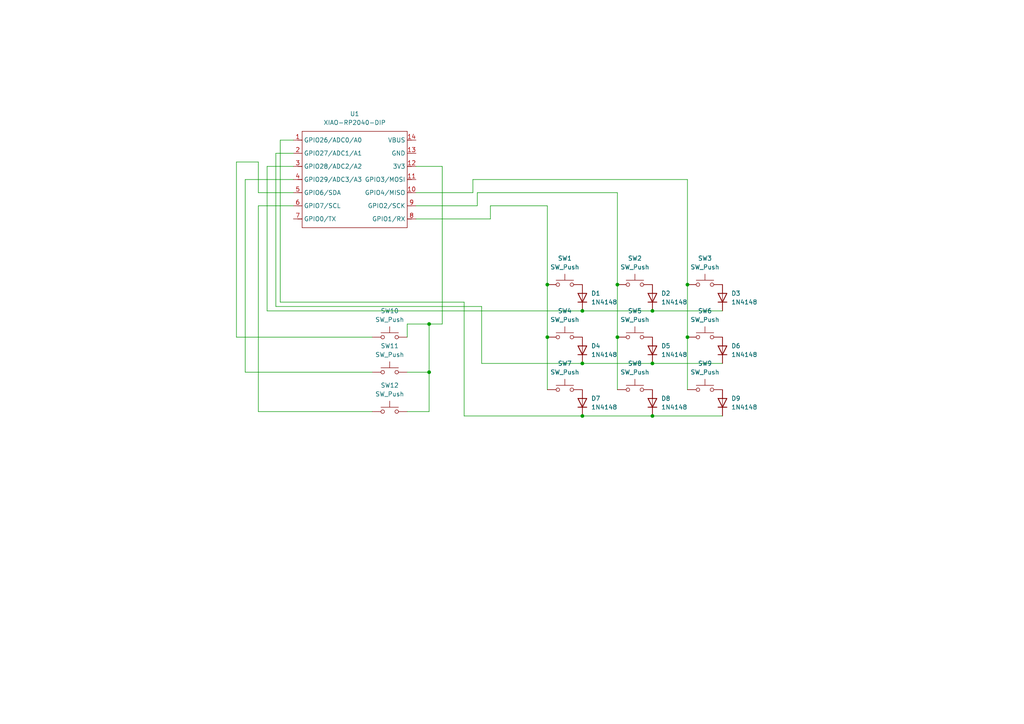
<source format=kicad_sch>
(kicad_sch
	(version 20250114)
	(generator "eeschema")
	(generator_version "9.0")
	(uuid "341e8d83-65f0-4e4f-9eda-3fc5008b5ad4")
	(paper "A4")
	(lib_symbols
		(symbol "Diode:1N4148"
			(pin_numbers
				(hide yes)
			)
			(pin_names
				(hide yes)
			)
			(exclude_from_sim no)
			(in_bom yes)
			(on_board yes)
			(property "Reference" "D"
				(at 0 2.54 0)
				(effects
					(font
						(size 1.27 1.27)
					)
				)
			)
			(property "Value" "1N4148"
				(at 0 -2.54 0)
				(effects
					(font
						(size 1.27 1.27)
					)
				)
			)
			(property "Footprint" "Diode_THT:D_DO-35_SOD27_P7.62mm_Horizontal"
				(at 0 0 0)
				(effects
					(font
						(size 1.27 1.27)
					)
					(hide yes)
				)
			)
			(property "Datasheet" "https://assets.nexperia.com/documents/data-sheet/1N4148_1N4448.pdf"
				(at 0 0 0)
				(effects
					(font
						(size 1.27 1.27)
					)
					(hide yes)
				)
			)
			(property "Description" "100V 0.15A standard switching diode, DO-35"
				(at 0 0 0)
				(effects
					(font
						(size 1.27 1.27)
					)
					(hide yes)
				)
			)
			(property "Sim.Device" "D"
				(at 0 0 0)
				(effects
					(font
						(size 1.27 1.27)
					)
					(hide yes)
				)
			)
			(property "Sim.Pins" "1=K 2=A"
				(at 0 0 0)
				(effects
					(font
						(size 1.27 1.27)
					)
					(hide yes)
				)
			)
			(property "ki_keywords" "diode"
				(at 0 0 0)
				(effects
					(font
						(size 1.27 1.27)
					)
					(hide yes)
				)
			)
			(property "ki_fp_filters" "D*DO?35*"
				(at 0 0 0)
				(effects
					(font
						(size 1.27 1.27)
					)
					(hide yes)
				)
			)
			(symbol "1N4148_0_1"
				(polyline
					(pts
						(xy -1.27 1.27) (xy -1.27 -1.27)
					)
					(stroke
						(width 0.254)
						(type default)
					)
					(fill
						(type none)
					)
				)
				(polyline
					(pts
						(xy 1.27 1.27) (xy 1.27 -1.27) (xy -1.27 0) (xy 1.27 1.27)
					)
					(stroke
						(width 0.254)
						(type default)
					)
					(fill
						(type none)
					)
				)
				(polyline
					(pts
						(xy 1.27 0) (xy -1.27 0)
					)
					(stroke
						(width 0)
						(type default)
					)
					(fill
						(type none)
					)
				)
			)
			(symbol "1N4148_1_1"
				(pin passive line
					(at -3.81 0 0)
					(length 2.54)
					(name "K"
						(effects
							(font
								(size 1.27 1.27)
							)
						)
					)
					(number "1"
						(effects
							(font
								(size 1.27 1.27)
							)
						)
					)
				)
				(pin passive line
					(at 3.81 0 180)
					(length 2.54)
					(name "A"
						(effects
							(font
								(size 1.27 1.27)
							)
						)
					)
					(number "2"
						(effects
							(font
								(size 1.27 1.27)
							)
						)
					)
				)
			)
			(embedded_fonts no)
		)
		(symbol "MicroPad:XIAO-RP2040-DIP"
			(exclude_from_sim no)
			(in_bom yes)
			(on_board yes)
			(property "Reference" "U"
				(at 0 0 0)
				(effects
					(font
						(size 1.27 1.27)
					)
				)
			)
			(property "Value" "XIAO-RP2040-DIP"
				(at 5.334 -1.778 0)
				(effects
					(font
						(size 1.27 1.27)
					)
				)
			)
			(property "Footprint" "Module:MOUDLE14P-XIAO-DIP-SMD"
				(at 14.478 -32.258 0)
				(effects
					(font
						(size 1.27 1.27)
					)
					(hide yes)
				)
			)
			(property "Datasheet" ""
				(at 0 0 0)
				(effects
					(font
						(size 1.27 1.27)
					)
					(hide yes)
				)
			)
			(property "Description" ""
				(at 0 0 0)
				(effects
					(font
						(size 1.27 1.27)
					)
					(hide yes)
				)
			)
			(symbol "XIAO-RP2040-DIP_1_0"
				(polyline
					(pts
						(xy -1.27 -2.54) (xy 29.21 -2.54)
					)
					(stroke
						(width 0.1524)
						(type solid)
					)
					(fill
						(type none)
					)
				)
				(polyline
					(pts
						(xy -1.27 -5.08) (xy -2.54 -5.08)
					)
					(stroke
						(width 0.1524)
						(type solid)
					)
					(fill
						(type none)
					)
				)
				(polyline
					(pts
						(xy -1.27 -5.08) (xy -1.27 -2.54)
					)
					(stroke
						(width 0.1524)
						(type solid)
					)
					(fill
						(type none)
					)
				)
				(polyline
					(pts
						(xy -1.27 -8.89) (xy -2.54 -8.89)
					)
					(stroke
						(width 0.1524)
						(type solid)
					)
					(fill
						(type none)
					)
				)
				(polyline
					(pts
						(xy -1.27 -8.89) (xy -1.27 -5.08)
					)
					(stroke
						(width 0.1524)
						(type solid)
					)
					(fill
						(type none)
					)
				)
				(polyline
					(pts
						(xy -1.27 -12.7) (xy -2.54 -12.7)
					)
					(stroke
						(width 0.1524)
						(type solid)
					)
					(fill
						(type none)
					)
				)
				(polyline
					(pts
						(xy -1.27 -12.7) (xy -1.27 -8.89)
					)
					(stroke
						(width 0.1524)
						(type solid)
					)
					(fill
						(type none)
					)
				)
				(polyline
					(pts
						(xy -1.27 -16.51) (xy -2.54 -16.51)
					)
					(stroke
						(width 0.1524)
						(type solid)
					)
					(fill
						(type none)
					)
				)
				(polyline
					(pts
						(xy -1.27 -16.51) (xy -1.27 -12.7)
					)
					(stroke
						(width 0.1524)
						(type solid)
					)
					(fill
						(type none)
					)
				)
				(polyline
					(pts
						(xy -1.27 -20.32) (xy -2.54 -20.32)
					)
					(stroke
						(width 0.1524)
						(type solid)
					)
					(fill
						(type none)
					)
				)
				(polyline
					(pts
						(xy -1.27 -24.13) (xy -2.54 -24.13)
					)
					(stroke
						(width 0.1524)
						(type solid)
					)
					(fill
						(type none)
					)
				)
				(polyline
					(pts
						(xy -1.27 -27.94) (xy -2.54 -27.94)
					)
					(stroke
						(width 0.1524)
						(type solid)
					)
					(fill
						(type none)
					)
				)
				(polyline
					(pts
						(xy -1.27 -30.48) (xy -1.27 -16.51)
					)
					(stroke
						(width 0.1524)
						(type solid)
					)
					(fill
						(type none)
					)
				)
				(polyline
					(pts
						(xy 29.21 -2.54) (xy 29.21 -5.08)
					)
					(stroke
						(width 0.1524)
						(type solid)
					)
					(fill
						(type none)
					)
				)
				(polyline
					(pts
						(xy 29.21 -5.08) (xy 29.21 -8.89)
					)
					(stroke
						(width 0.1524)
						(type solid)
					)
					(fill
						(type none)
					)
				)
				(polyline
					(pts
						(xy 29.21 -8.89) (xy 29.21 -12.7)
					)
					(stroke
						(width 0.1524)
						(type solid)
					)
					(fill
						(type none)
					)
				)
				(polyline
					(pts
						(xy 29.21 -12.7) (xy 29.21 -30.48)
					)
					(stroke
						(width 0.1524)
						(type solid)
					)
					(fill
						(type none)
					)
				)
				(polyline
					(pts
						(xy 29.21 -30.48) (xy -1.27 -30.48)
					)
					(stroke
						(width 0.1524)
						(type solid)
					)
					(fill
						(type none)
					)
				)
				(polyline
					(pts
						(xy 30.48 -5.08) (xy 29.21 -5.08)
					)
					(stroke
						(width 0.1524)
						(type solid)
					)
					(fill
						(type none)
					)
				)
				(polyline
					(pts
						(xy 30.48 -8.89) (xy 29.21 -8.89)
					)
					(stroke
						(width 0.1524)
						(type solid)
					)
					(fill
						(type none)
					)
				)
				(polyline
					(pts
						(xy 30.48 -12.7) (xy 29.21 -12.7)
					)
					(stroke
						(width 0.1524)
						(type solid)
					)
					(fill
						(type none)
					)
				)
				(polyline
					(pts
						(xy 30.48 -16.51) (xy 29.21 -16.51)
					)
					(stroke
						(width 0.1524)
						(type solid)
					)
					(fill
						(type none)
					)
				)
				(polyline
					(pts
						(xy 30.48 -20.32) (xy 29.21 -20.32)
					)
					(stroke
						(width 0.1524)
						(type solid)
					)
					(fill
						(type none)
					)
				)
				(polyline
					(pts
						(xy 30.48 -24.13) (xy 29.21 -24.13)
					)
					(stroke
						(width 0.1524)
						(type solid)
					)
					(fill
						(type none)
					)
				)
				(polyline
					(pts
						(xy 30.48 -27.94) (xy 29.21 -27.94)
					)
					(stroke
						(width 0.1524)
						(type solid)
					)
					(fill
						(type none)
					)
				)
				(pin passive line
					(at -3.81 -5.08 0)
					(length 2.54)
					(name "GPIO26/ADC0/A0"
						(effects
							(font
								(size 1.27 1.27)
							)
						)
					)
					(number "1"
						(effects
							(font
								(size 1.27 1.27)
							)
						)
					)
				)
				(pin passive line
					(at -3.81 -8.89 0)
					(length 2.54)
					(name "GPIO27/ADC1/A1"
						(effects
							(font
								(size 1.27 1.27)
							)
						)
					)
					(number "2"
						(effects
							(font
								(size 1.27 1.27)
							)
						)
					)
				)
				(pin passive line
					(at -3.81 -12.7 0)
					(length 2.54)
					(name "GPIO28/ADC2/A2"
						(effects
							(font
								(size 1.27 1.27)
							)
						)
					)
					(number "3"
						(effects
							(font
								(size 1.27 1.27)
							)
						)
					)
				)
				(pin passive line
					(at -3.81 -16.51 0)
					(length 2.54)
					(name "GPIO29/ADC3/A3"
						(effects
							(font
								(size 1.27 1.27)
							)
						)
					)
					(number "4"
						(effects
							(font
								(size 1.27 1.27)
							)
						)
					)
				)
				(pin passive line
					(at -3.81 -20.32 0)
					(length 2.54)
					(name "GPIO6/SDA"
						(effects
							(font
								(size 1.27 1.27)
							)
						)
					)
					(number "5"
						(effects
							(font
								(size 1.27 1.27)
							)
						)
					)
				)
				(pin passive line
					(at -3.81 -24.13 0)
					(length 2.54)
					(name "GPIO7/SCL"
						(effects
							(font
								(size 1.27 1.27)
							)
						)
					)
					(number "6"
						(effects
							(font
								(size 1.27 1.27)
							)
						)
					)
				)
				(pin passive line
					(at -3.81 -27.94 0)
					(length 2.54)
					(name "GPIO0/TX"
						(effects
							(font
								(size 1.27 1.27)
							)
						)
					)
					(number "7"
						(effects
							(font
								(size 1.27 1.27)
							)
						)
					)
				)
				(pin passive line
					(at 31.75 -5.08 180)
					(length 2.54)
					(name "VBUS"
						(effects
							(font
								(size 1.27 1.27)
							)
						)
					)
					(number "14"
						(effects
							(font
								(size 1.27 1.27)
							)
						)
					)
				)
				(pin passive line
					(at 31.75 -8.89 180)
					(length 2.54)
					(name "GND"
						(effects
							(font
								(size 1.27 1.27)
							)
						)
					)
					(number "13"
						(effects
							(font
								(size 1.27 1.27)
							)
						)
					)
				)
				(pin passive line
					(at 31.75 -12.7 180)
					(length 2.54)
					(name "3V3"
						(effects
							(font
								(size 1.27 1.27)
							)
						)
					)
					(number "12"
						(effects
							(font
								(size 1.27 1.27)
							)
						)
					)
				)
				(pin passive line
					(at 31.75 -16.51 180)
					(length 2.54)
					(name "GPIO3/MOSI"
						(effects
							(font
								(size 1.27 1.27)
							)
						)
					)
					(number "11"
						(effects
							(font
								(size 1.27 1.27)
							)
						)
					)
				)
				(pin passive line
					(at 31.75 -20.32 180)
					(length 2.54)
					(name "GPIO4/MISO"
						(effects
							(font
								(size 1.27 1.27)
							)
						)
					)
					(number "10"
						(effects
							(font
								(size 1.27 1.27)
							)
						)
					)
				)
				(pin passive line
					(at 31.75 -24.13 180)
					(length 2.54)
					(name "GPIO2/SCK"
						(effects
							(font
								(size 1.27 1.27)
							)
						)
					)
					(number "9"
						(effects
							(font
								(size 1.27 1.27)
							)
						)
					)
				)
				(pin passive line
					(at 31.75 -27.94 180)
					(length 2.54)
					(name "GPIO1/RX"
						(effects
							(font
								(size 1.27 1.27)
							)
						)
					)
					(number "8"
						(effects
							(font
								(size 1.27 1.27)
							)
						)
					)
				)
			)
			(embedded_fonts no)
		)
		(symbol "Switch:SW_Push"
			(pin_numbers
				(hide yes)
			)
			(pin_names
				(offset 1.016)
				(hide yes)
			)
			(exclude_from_sim no)
			(in_bom yes)
			(on_board yes)
			(property "Reference" "SW"
				(at 1.27 2.54 0)
				(effects
					(font
						(size 1.27 1.27)
					)
					(justify left)
				)
			)
			(property "Value" "SW_Push"
				(at 0 -1.524 0)
				(effects
					(font
						(size 1.27 1.27)
					)
				)
			)
			(property "Footprint" ""
				(at 0 5.08 0)
				(effects
					(font
						(size 1.27 1.27)
					)
					(hide yes)
				)
			)
			(property "Datasheet" "~"
				(at 0 5.08 0)
				(effects
					(font
						(size 1.27 1.27)
					)
					(hide yes)
				)
			)
			(property "Description" "Push button switch, generic, two pins"
				(at 0 0 0)
				(effects
					(font
						(size 1.27 1.27)
					)
					(hide yes)
				)
			)
			(property "ki_keywords" "switch normally-open pushbutton push-button"
				(at 0 0 0)
				(effects
					(font
						(size 1.27 1.27)
					)
					(hide yes)
				)
			)
			(symbol "SW_Push_0_1"
				(circle
					(center -2.032 0)
					(radius 0.508)
					(stroke
						(width 0)
						(type default)
					)
					(fill
						(type none)
					)
				)
				(polyline
					(pts
						(xy 0 1.27) (xy 0 3.048)
					)
					(stroke
						(width 0)
						(type default)
					)
					(fill
						(type none)
					)
				)
				(circle
					(center 2.032 0)
					(radius 0.508)
					(stroke
						(width 0)
						(type default)
					)
					(fill
						(type none)
					)
				)
				(polyline
					(pts
						(xy 2.54 1.27) (xy -2.54 1.27)
					)
					(stroke
						(width 0)
						(type default)
					)
					(fill
						(type none)
					)
				)
				(pin passive line
					(at -5.08 0 0)
					(length 2.54)
					(name "1"
						(effects
							(font
								(size 1.27 1.27)
							)
						)
					)
					(number "1"
						(effects
							(font
								(size 1.27 1.27)
							)
						)
					)
				)
				(pin passive line
					(at 5.08 0 180)
					(length 2.54)
					(name "2"
						(effects
							(font
								(size 1.27 1.27)
							)
						)
					)
					(number "2"
						(effects
							(font
								(size 1.27 1.27)
							)
						)
					)
				)
			)
			(embedded_fonts no)
		)
	)
	(junction
		(at 168.91 105.41)
		(diameter 0)
		(color 0 0 0 0)
		(uuid "01777fc0-fbbe-41e9-bcd9-b00d15014664")
	)
	(junction
		(at 158.75 82.55)
		(diameter 0)
		(color 0 0 0 0)
		(uuid "02e99b5d-55b1-47d0-8cdf-1cd769e32122")
	)
	(junction
		(at 179.07 82.55)
		(diameter 0)
		(color 0 0 0 0)
		(uuid "0ff57589-84a2-4b70-878c-c8a909c707d2")
	)
	(junction
		(at 199.39 82.55)
		(diameter 0)
		(color 0 0 0 0)
		(uuid "18bb7256-6416-4e76-a75c-65b07e83f657")
	)
	(junction
		(at 124.46 107.95)
		(diameter 0)
		(color 0 0 0 0)
		(uuid "3f23a938-8ac7-4c75-a599-24de153d4437")
	)
	(junction
		(at 179.07 97.79)
		(diameter 0)
		(color 0 0 0 0)
		(uuid "5ab418c8-fd2e-41b3-9c5a-b8f5598c7f59")
	)
	(junction
		(at 189.23 120.65)
		(diameter 0)
		(color 0 0 0 0)
		(uuid "736af9f9-f81f-4035-9ff1-31a047c3d9ce")
	)
	(junction
		(at 199.39 97.79)
		(diameter 0)
		(color 0 0 0 0)
		(uuid "9aadbb3d-d81b-45a7-9a7b-0445463c7c7f")
	)
	(junction
		(at 189.23 105.41)
		(diameter 0)
		(color 0 0 0 0)
		(uuid "ac4a9736-5bed-4039-9744-61375598e501")
	)
	(junction
		(at 168.91 120.65)
		(diameter 0)
		(color 0 0 0 0)
		(uuid "ae0b819a-0785-48aa-b2f3-6e8edb2acb98")
	)
	(junction
		(at 158.75 97.79)
		(diameter 0)
		(color 0 0 0 0)
		(uuid "ca596283-4269-4138-a132-74c24fbbfb80")
	)
	(junction
		(at 168.91 90.17)
		(diameter 0)
		(color 0 0 0 0)
		(uuid "cc471f76-a57b-49b0-90d5-fd0ff97316c7")
	)
	(junction
		(at 124.46 93.98)
		(diameter 0)
		(color 0 0 0 0)
		(uuid "daa2af74-7953-4664-aefc-daeed156ce80")
	)
	(junction
		(at 189.23 90.17)
		(diameter 0)
		(color 0 0 0 0)
		(uuid "e910ff19-46b7-4dd7-bbd5-971f9c64f8f6")
	)
	(wire
		(pts
			(xy 77.47 48.26) (xy 77.47 90.17)
		)
		(stroke
			(width 0)
			(type default)
		)
		(uuid "0ca8b58d-8e13-41ce-95f9-d16ccddfaaae")
	)
	(wire
		(pts
			(xy 71.12 52.07) (xy 71.12 107.95)
		)
		(stroke
			(width 0)
			(type default)
		)
		(uuid "1201e508-d764-4845-8c48-cc9783a7a831")
	)
	(wire
		(pts
			(xy 77.47 48.26) (xy 85.09 48.26)
		)
		(stroke
			(width 0)
			(type default)
		)
		(uuid "15682a65-5973-439f-b43d-1263e969ad92")
	)
	(wire
		(pts
			(xy 142.24 63.5) (xy 142.24 59.69)
		)
		(stroke
			(width 0)
			(type default)
		)
		(uuid "17066c31-0eb9-455d-91ae-dd9da7ceb8a8")
	)
	(wire
		(pts
			(xy 74.93 46.99) (xy 74.93 55.88)
		)
		(stroke
			(width 0)
			(type default)
		)
		(uuid "1a5f6d37-380e-4fa8-85b2-ea5f115219fa")
	)
	(wire
		(pts
			(xy 68.58 46.99) (xy 68.58 97.79)
		)
		(stroke
			(width 0)
			(type default)
		)
		(uuid "1c00dd7e-692d-4c84-9039-bafdd752f84b")
	)
	(wire
		(pts
			(xy 199.39 97.79) (xy 199.39 113.03)
		)
		(stroke
			(width 0)
			(type default)
		)
		(uuid "1c7d5499-5f28-4a6f-8853-b625b90cbedd")
	)
	(wire
		(pts
			(xy 137.16 52.07) (xy 199.39 52.07)
		)
		(stroke
			(width 0)
			(type default)
		)
		(uuid "1d4132f1-ba7b-4be4-a965-61aa74e450ff")
	)
	(wire
		(pts
			(xy 120.65 63.5) (xy 142.24 63.5)
		)
		(stroke
			(width 0)
			(type default)
		)
		(uuid "26935f4b-273e-4062-a54a-d7a9a1a9e85d")
	)
	(wire
		(pts
			(xy 118.11 119.38) (xy 124.46 119.38)
		)
		(stroke
			(width 0)
			(type default)
		)
		(uuid "2b7cf474-6c3e-46b2-961c-6c909f20c349")
	)
	(wire
		(pts
			(xy 80.01 44.45) (xy 80.01 88.9)
		)
		(stroke
			(width 0)
			(type default)
		)
		(uuid "2b8bcb0e-6b39-47b8-b8fa-674ef79e9ae6")
	)
	(wire
		(pts
			(xy 158.75 97.79) (xy 158.75 113.03)
		)
		(stroke
			(width 0)
			(type default)
		)
		(uuid "2d014da8-a7ed-4dbc-8d43-1abda0db633e")
	)
	(wire
		(pts
			(xy 118.11 107.95) (xy 124.46 107.95)
		)
		(stroke
			(width 0)
			(type default)
		)
		(uuid "2fd366ce-58c7-439b-8ad8-fbeefa3a3ac6")
	)
	(wire
		(pts
			(xy 124.46 93.98) (xy 118.11 93.98)
		)
		(stroke
			(width 0)
			(type default)
		)
		(uuid "36b847c0-812f-4275-b4d1-98debe991d6e")
	)
	(wire
		(pts
			(xy 139.7 105.41) (xy 168.91 105.41)
		)
		(stroke
			(width 0)
			(type default)
		)
		(uuid "3902c84b-6510-4470-92c8-f9e662db5a64")
	)
	(wire
		(pts
			(xy 189.23 105.41) (xy 209.55 105.41)
		)
		(stroke
			(width 0)
			(type default)
		)
		(uuid "3980fc25-021f-4034-90db-0b9b4d3829cc")
	)
	(wire
		(pts
			(xy 138.43 55.88) (xy 179.07 55.88)
		)
		(stroke
			(width 0)
			(type default)
		)
		(uuid "444c3cd0-06f7-491e-876e-1fb70f76e611")
	)
	(wire
		(pts
			(xy 77.47 90.17) (xy 168.91 90.17)
		)
		(stroke
			(width 0)
			(type default)
		)
		(uuid "5345e23a-5792-4539-a6de-b73da1c4872c")
	)
	(wire
		(pts
			(xy 199.39 82.55) (xy 199.39 97.79)
		)
		(stroke
			(width 0)
			(type default)
		)
		(uuid "536b6d4b-7597-476a-8ac5-08ecd6647087")
	)
	(wire
		(pts
			(xy 120.65 59.69) (xy 138.43 59.69)
		)
		(stroke
			(width 0)
			(type default)
		)
		(uuid "5a9308d2-077e-4ec4-8961-8e89079d4bb5")
	)
	(wire
		(pts
			(xy 85.09 44.45) (xy 80.01 44.45)
		)
		(stroke
			(width 0)
			(type default)
		)
		(uuid "5e67fc0f-b62a-4686-af46-0188df450169")
	)
	(wire
		(pts
			(xy 189.23 120.65) (xy 209.55 120.65)
		)
		(stroke
			(width 0)
			(type default)
		)
		(uuid "617fffb9-5007-44f4-8c41-7c80fa88f51a")
	)
	(wire
		(pts
			(xy 134.62 87.63) (xy 134.62 120.65)
		)
		(stroke
			(width 0)
			(type default)
		)
		(uuid "63b7a0c0-0383-49cd-bb54-d8fa84060491")
	)
	(wire
		(pts
			(xy 124.46 107.95) (xy 124.46 119.38)
		)
		(stroke
			(width 0)
			(type default)
		)
		(uuid "6b72d5f4-8d0c-4bbb-b7b4-1ed3abbdd3f8")
	)
	(wire
		(pts
			(xy 81.28 87.63) (xy 134.62 87.63)
		)
		(stroke
			(width 0)
			(type default)
		)
		(uuid "6e52afb8-0472-48f8-a220-47e2d3a894aa")
	)
	(wire
		(pts
			(xy 168.91 120.65) (xy 189.23 120.65)
		)
		(stroke
			(width 0)
			(type default)
		)
		(uuid "6f1148ca-6067-41b7-8645-ea880d1aa92d")
	)
	(wire
		(pts
			(xy 107.95 97.79) (xy 68.58 97.79)
		)
		(stroke
			(width 0)
			(type default)
		)
		(uuid "71863b5e-95ed-4119-8cf8-672b5a83ad14")
	)
	(wire
		(pts
			(xy 71.12 52.07) (xy 85.09 52.07)
		)
		(stroke
			(width 0)
			(type default)
		)
		(uuid "7482b930-b61c-4f8c-85d9-863e9262876f")
	)
	(wire
		(pts
			(xy 81.28 40.64) (xy 81.28 87.63)
		)
		(stroke
			(width 0)
			(type default)
		)
		(uuid "7b172496-6537-4279-83c5-bb396c4946ea")
	)
	(wire
		(pts
			(xy 199.39 52.07) (xy 199.39 82.55)
		)
		(stroke
			(width 0)
			(type default)
		)
		(uuid "80d294e1-25a6-45f6-8364-ecd544e8dec3")
	)
	(wire
		(pts
			(xy 120.65 48.26) (xy 128.27 48.26)
		)
		(stroke
			(width 0)
			(type default)
		)
		(uuid "969bd736-70de-409b-9071-8edb36fac0f9")
	)
	(wire
		(pts
			(xy 137.16 55.88) (xy 137.16 52.07)
		)
		(stroke
			(width 0)
			(type default)
		)
		(uuid "985f5151-9006-4936-a893-bf7264ea85cf")
	)
	(wire
		(pts
			(xy 128.27 48.26) (xy 128.27 93.98)
		)
		(stroke
			(width 0)
			(type default)
		)
		(uuid "9fa9a58b-1f6f-4ff7-93e7-26078f16bed1")
	)
	(wire
		(pts
			(xy 128.27 93.98) (xy 124.46 93.98)
		)
		(stroke
			(width 0)
			(type default)
		)
		(uuid "a047981f-fd8b-4452-bf6c-781f40511b75")
	)
	(wire
		(pts
			(xy 179.07 55.88) (xy 179.07 82.55)
		)
		(stroke
			(width 0)
			(type default)
		)
		(uuid "a3861be9-cc64-49e1-b77e-9dde7d4e8dd0")
	)
	(wire
		(pts
			(xy 168.91 105.41) (xy 189.23 105.41)
		)
		(stroke
			(width 0)
			(type default)
		)
		(uuid "a433fc81-99b8-46bf-a03a-5dfa0dcd3fd6")
	)
	(wire
		(pts
			(xy 134.62 120.65) (xy 168.91 120.65)
		)
		(stroke
			(width 0)
			(type default)
		)
		(uuid "aa0ba21e-f12b-4135-82e1-27e5b04e6c50")
	)
	(wire
		(pts
			(xy 158.75 82.55) (xy 158.75 97.79)
		)
		(stroke
			(width 0)
			(type default)
		)
		(uuid "af3eecec-e912-4bcf-9f9c-8b5f74c0c48c")
	)
	(wire
		(pts
			(xy 80.01 88.9) (xy 139.7 88.9)
		)
		(stroke
			(width 0)
			(type default)
		)
		(uuid "b4a04d6a-ba4e-40e2-8732-bea419dd5b74")
	)
	(wire
		(pts
			(xy 189.23 90.17) (xy 209.55 90.17)
		)
		(stroke
			(width 0)
			(type default)
		)
		(uuid "b4adeba7-85dd-4a67-b732-ce4aa26eb464")
	)
	(wire
		(pts
			(xy 74.93 59.69) (xy 85.09 59.69)
		)
		(stroke
			(width 0)
			(type default)
		)
		(uuid "b6941ccc-aec0-45fe-a4f6-245f94c447ce")
	)
	(wire
		(pts
			(xy 74.93 119.38) (xy 74.93 59.69)
		)
		(stroke
			(width 0)
			(type default)
		)
		(uuid "b8402a8a-8cd7-4ace-bddc-d07f3a1e7683")
	)
	(wire
		(pts
			(xy 118.11 93.98) (xy 118.11 97.79)
		)
		(stroke
			(width 0)
			(type default)
		)
		(uuid "bb659bf5-3b52-4bf0-9677-a30d1419122d")
	)
	(wire
		(pts
			(xy 138.43 59.69) (xy 138.43 55.88)
		)
		(stroke
			(width 0)
			(type default)
		)
		(uuid "c7c1a6a3-6eca-4d01-b578-d70eea74d8eb")
	)
	(wire
		(pts
			(xy 107.95 107.95) (xy 71.12 107.95)
		)
		(stroke
			(width 0)
			(type default)
		)
		(uuid "cbcdb2e3-e8c7-4643-9683-dd5aee190fb8")
	)
	(wire
		(pts
			(xy 158.75 59.69) (xy 158.75 82.55)
		)
		(stroke
			(width 0)
			(type default)
		)
		(uuid "d3e245be-b383-4534-ba74-39c4175c0924")
	)
	(wire
		(pts
			(xy 179.07 82.55) (xy 179.07 97.79)
		)
		(stroke
			(width 0)
			(type default)
		)
		(uuid "d8a7bcf3-9bc4-4810-a47d-68bcbd61a4db")
	)
	(wire
		(pts
			(xy 74.93 55.88) (xy 85.09 55.88)
		)
		(stroke
			(width 0)
			(type default)
		)
		(uuid "dc5b1981-92d0-4726-95bf-bae06ea8eade")
	)
	(wire
		(pts
			(xy 120.65 55.88) (xy 137.16 55.88)
		)
		(stroke
			(width 0)
			(type default)
		)
		(uuid "e34ae98c-cfb4-4d76-ab33-cb6f042f475d")
	)
	(wire
		(pts
			(xy 168.91 90.17) (xy 189.23 90.17)
		)
		(stroke
			(width 0)
			(type default)
		)
		(uuid "e724dc6e-74a9-455f-b830-3a994c2b63bd")
	)
	(wire
		(pts
			(xy 124.46 107.95) (xy 124.46 93.98)
		)
		(stroke
			(width 0)
			(type default)
		)
		(uuid "e88cd109-ce6f-4ce8-8723-ff73a0d621cd")
	)
	(wire
		(pts
			(xy 179.07 97.79) (xy 179.07 113.03)
		)
		(stroke
			(width 0)
			(type default)
		)
		(uuid "e8eaea16-6338-41ba-8044-6bc54196beb9")
	)
	(wire
		(pts
			(xy 107.95 119.38) (xy 74.93 119.38)
		)
		(stroke
			(width 0)
			(type default)
		)
		(uuid "f07391b7-c29b-4e86-8927-ab1ab336dda4")
	)
	(wire
		(pts
			(xy 139.7 88.9) (xy 139.7 105.41)
		)
		(stroke
			(width 0)
			(type default)
		)
		(uuid "f3e4ef65-7e18-4ee8-a2df-33ea8fb5e956")
	)
	(wire
		(pts
			(xy 142.24 59.69) (xy 158.75 59.69)
		)
		(stroke
			(width 0)
			(type default)
		)
		(uuid "f9b4990a-2ba6-415b-b1e9-930ebcc4e7c7")
	)
	(wire
		(pts
			(xy 81.28 40.64) (xy 85.09 40.64)
		)
		(stroke
			(width 0)
			(type default)
		)
		(uuid "fc01c794-6862-4fc4-95b2-f732906f9e72")
	)
	(wire
		(pts
			(xy 68.58 46.99) (xy 74.93 46.99)
		)
		(stroke
			(width 0)
			(type default)
		)
		(uuid "fd2804d6-4312-4346-9c35-2dff24f6c137")
	)
	(symbol
		(lib_id "Switch:SW_Push")
		(at 204.47 97.79 0)
		(unit 1)
		(exclude_from_sim no)
		(in_bom yes)
		(on_board yes)
		(dnp no)
		(fields_autoplaced yes)
		(uuid "07164e28-91e4-4189-adeb-f9ae1fcf2ab5")
		(property "Reference" "SW6"
			(at 204.47 90.17 0)
			(effects
				(font
					(size 1.27 1.27)
				)
			)
		)
		(property "Value" "SW_Push"
			(at 204.47 92.71 0)
			(effects
				(font
					(size 1.27 1.27)
				)
			)
		)
		(property "Footprint" "Button_Switch_Keyboard:SW_Cherry_MX_1.00u_PCB"
			(at 204.47 92.71 0)
			(effects
				(font
					(size 1.27 1.27)
				)
				(hide yes)
			)
		)
		(property "Datasheet" "~"
			(at 204.47 92.71 0)
			(effects
				(font
					(size 1.27 1.27)
				)
				(hide yes)
			)
		)
		(property "Description" "Push button switch, generic, two pins"
			(at 204.47 97.79 0)
			(effects
				(font
					(size 1.27 1.27)
				)
				(hide yes)
			)
		)
		(pin "1"
			(uuid "f2a89c0b-20ab-47cd-b864-e5197e3d2f14")
		)
		(pin "2"
			(uuid "6755da47-26fd-4449-a9e5-99db8bd86c28")
		)
		(instances
			(project "MicroPad"
				(path "/341e8d83-65f0-4e4f-9eda-3fc5008b5ad4"
					(reference "SW6")
					(unit 1)
				)
			)
		)
	)
	(symbol
		(lib_id "Switch:SW_Push")
		(at 163.83 113.03 0)
		(unit 1)
		(exclude_from_sim no)
		(in_bom yes)
		(on_board yes)
		(dnp no)
		(fields_autoplaced yes)
		(uuid "085c372c-82fb-4154-b92b-2b7227c642fc")
		(property "Reference" "SW7"
			(at 163.83 105.41 0)
			(effects
				(font
					(size 1.27 1.27)
				)
			)
		)
		(property "Value" "SW_Push"
			(at 163.83 107.95 0)
			(effects
				(font
					(size 1.27 1.27)
				)
			)
		)
		(property "Footprint" "Button_Switch_Keyboard:SW_Cherry_MX_1.00u_PCB"
			(at 163.83 107.95 0)
			(effects
				(font
					(size 1.27 1.27)
				)
				(hide yes)
			)
		)
		(property "Datasheet" "~"
			(at 163.83 107.95 0)
			(effects
				(font
					(size 1.27 1.27)
				)
				(hide yes)
			)
		)
		(property "Description" "Push button switch, generic, two pins"
			(at 163.83 113.03 0)
			(effects
				(font
					(size 1.27 1.27)
				)
				(hide yes)
			)
		)
		(pin "1"
			(uuid "4027aa4a-bf72-47ca-9c72-9e7f6e36cd25")
		)
		(pin "2"
			(uuid "8585d8e2-b083-4e35-b129-2f3f5baef754")
		)
		(instances
			(project "MicroPad"
				(path "/341e8d83-65f0-4e4f-9eda-3fc5008b5ad4"
					(reference "SW7")
					(unit 1)
				)
			)
		)
	)
	(symbol
		(lib_id "Diode:1N4148")
		(at 168.91 116.84 90)
		(unit 1)
		(exclude_from_sim no)
		(in_bom yes)
		(on_board yes)
		(dnp no)
		(fields_autoplaced yes)
		(uuid "12958356-cf27-4ec9-afd7-b6e674ec62af")
		(property "Reference" "D7"
			(at 171.45 115.5699 90)
			(effects
				(font
					(size 1.27 1.27)
				)
				(justify right)
			)
		)
		(property "Value" "1N4148"
			(at 171.45 118.1099 90)
			(effects
				(font
					(size 1.27 1.27)
				)
				(justify right)
			)
		)
		(property "Footprint" "Diode_THT:D_DO-35_SOD27_P7.62mm_Horizontal"
			(at 168.91 116.84 0)
			(effects
				(font
					(size 1.27 1.27)
				)
				(hide yes)
			)
		)
		(property "Datasheet" "https://assets.nexperia.com/documents/data-sheet/1N4148_1N4448.pdf"
			(at 168.91 116.84 0)
			(effects
				(font
					(size 1.27 1.27)
				)
				(hide yes)
			)
		)
		(property "Description" "100V 0.15A standard switching diode, DO-35"
			(at 168.91 116.84 0)
			(effects
				(font
					(size 1.27 1.27)
				)
				(hide yes)
			)
		)
		(property "Sim.Device" "D"
			(at 168.91 116.84 0)
			(effects
				(font
					(size 1.27 1.27)
				)
				(hide yes)
			)
		)
		(property "Sim.Pins" "1=K 2=A"
			(at 168.91 116.84 0)
			(effects
				(font
					(size 1.27 1.27)
				)
				(hide yes)
			)
		)
		(pin "1"
			(uuid "ee14c364-1019-43f8-9c3f-bcfa4734ec9c")
		)
		(pin "2"
			(uuid "5b0e6f76-210f-4e84-9653-ed2dbb1f6c5c")
		)
		(instances
			(project "MicroPad"
				(path "/341e8d83-65f0-4e4f-9eda-3fc5008b5ad4"
					(reference "D7")
					(unit 1)
				)
			)
		)
	)
	(symbol
		(lib_id "Switch:SW_Push")
		(at 184.15 113.03 0)
		(unit 1)
		(exclude_from_sim no)
		(in_bom yes)
		(on_board yes)
		(dnp no)
		(fields_autoplaced yes)
		(uuid "129de3a4-ef89-46f9-bfa6-ac6b62af3c87")
		(property "Reference" "SW8"
			(at 184.15 105.41 0)
			(effects
				(font
					(size 1.27 1.27)
				)
			)
		)
		(property "Value" "SW_Push"
			(at 184.15 107.95 0)
			(effects
				(font
					(size 1.27 1.27)
				)
			)
		)
		(property "Footprint" "Button_Switch_Keyboard:SW_Cherry_MX_1.00u_PCB"
			(at 184.15 107.95 0)
			(effects
				(font
					(size 1.27 1.27)
				)
				(hide yes)
			)
		)
		(property "Datasheet" "~"
			(at 184.15 107.95 0)
			(effects
				(font
					(size 1.27 1.27)
				)
				(hide yes)
			)
		)
		(property "Description" "Push button switch, generic, two pins"
			(at 184.15 113.03 0)
			(effects
				(font
					(size 1.27 1.27)
				)
				(hide yes)
			)
		)
		(pin "1"
			(uuid "72ae9d8a-b73d-490c-8ca7-4390f18c3b6d")
		)
		(pin "2"
			(uuid "81151836-2f35-4705-9328-1c4df4a4d0ba")
		)
		(instances
			(project "MicroPad"
				(path "/341e8d83-65f0-4e4f-9eda-3fc5008b5ad4"
					(reference "SW8")
					(unit 1)
				)
			)
		)
	)
	(symbol
		(lib_id "Switch:SW_Push")
		(at 163.83 82.55 0)
		(unit 1)
		(exclude_from_sim no)
		(in_bom yes)
		(on_board yes)
		(dnp no)
		(fields_autoplaced yes)
		(uuid "1e4098dc-ec37-4436-9a7b-c759fb0851c1")
		(property "Reference" "SW1"
			(at 163.83 74.93 0)
			(effects
				(font
					(size 1.27 1.27)
				)
			)
		)
		(property "Value" "SW_Push"
			(at 163.83 77.47 0)
			(effects
				(font
					(size 1.27 1.27)
				)
			)
		)
		(property "Footprint" "Button_Switch_Keyboard:SW_Cherry_MX_1.00u_PCB"
			(at 163.83 77.47 0)
			(effects
				(font
					(size 1.27 1.27)
				)
				(hide yes)
			)
		)
		(property "Datasheet" "~"
			(at 163.83 77.47 0)
			(effects
				(font
					(size 1.27 1.27)
				)
				(hide yes)
			)
		)
		(property "Description" "Push button switch, generic, two pins"
			(at 163.83 82.55 0)
			(effects
				(font
					(size 1.27 1.27)
				)
				(hide yes)
			)
		)
		(pin "1"
			(uuid "c0b35212-ed6c-4b70-b8dc-b160b961b9b1")
		)
		(pin "2"
			(uuid "6f10e83c-c602-46d4-8e8f-2a589a40986c")
		)
		(instances
			(project ""
				(path "/341e8d83-65f0-4e4f-9eda-3fc5008b5ad4"
					(reference "SW1")
					(unit 1)
				)
			)
		)
	)
	(symbol
		(lib_id "Diode:1N4148")
		(at 189.23 86.36 90)
		(unit 1)
		(exclude_from_sim no)
		(in_bom yes)
		(on_board yes)
		(dnp no)
		(uuid "25b22ea5-11ea-4ebb-8a85-75411b046467")
		(property "Reference" "D2"
			(at 191.77 85.0899 90)
			(effects
				(font
					(size 1.27 1.27)
				)
				(justify right)
			)
		)
		(property "Value" "1N4148"
			(at 191.77 87.6299 90)
			(effects
				(font
					(size 1.27 1.27)
				)
				(justify right)
			)
		)
		(property "Footprint" "Diode_THT:D_DO-35_SOD27_P7.62mm_Horizontal"
			(at 189.23 86.36 0)
			(effects
				(font
					(size 1.27 1.27)
				)
				(hide yes)
			)
		)
		(property "Datasheet" "https://assets.nexperia.com/documents/data-sheet/1N4148_1N4448.pdf"
			(at 189.23 86.36 0)
			(effects
				(font
					(size 1.27 1.27)
				)
				(hide yes)
			)
		)
		(property "Description" "100V 0.15A standard switching diode, DO-35"
			(at 189.23 86.36 0)
			(effects
				(font
					(size 1.27 1.27)
				)
				(hide yes)
			)
		)
		(property "Sim.Device" "D"
			(at 189.23 86.36 0)
			(effects
				(font
					(size 1.27 1.27)
				)
				(hide yes)
			)
		)
		(property "Sim.Pins" "1=K 2=A"
			(at 189.23 86.36 0)
			(effects
				(font
					(size 1.27 1.27)
				)
				(hide yes)
			)
		)
		(pin "1"
			(uuid "34d261d2-691b-4e5f-a0e8-7fd3e2703963")
		)
		(pin "2"
			(uuid "073d2b1b-ecc8-41af-97fe-1f6c0f1f6ba1")
		)
		(instances
			(project "MicroPad"
				(path "/341e8d83-65f0-4e4f-9eda-3fc5008b5ad4"
					(reference "D2")
					(unit 1)
				)
			)
		)
	)
	(symbol
		(lib_id "Switch:SW_Push")
		(at 163.83 97.79 0)
		(unit 1)
		(exclude_from_sim no)
		(in_bom yes)
		(on_board yes)
		(dnp no)
		(fields_autoplaced yes)
		(uuid "2e947543-b5df-4183-8ed3-1390ba0a99e9")
		(property "Reference" "SW4"
			(at 163.83 90.17 0)
			(effects
				(font
					(size 1.27 1.27)
				)
			)
		)
		(property "Value" "SW_Push"
			(at 163.83 92.71 0)
			(effects
				(font
					(size 1.27 1.27)
				)
			)
		)
		(property "Footprint" "Button_Switch_Keyboard:SW_Cherry_MX_1.00u_PCB"
			(at 163.83 92.71 0)
			(effects
				(font
					(size 1.27 1.27)
				)
				(hide yes)
			)
		)
		(property "Datasheet" "~"
			(at 163.83 92.71 0)
			(effects
				(font
					(size 1.27 1.27)
				)
				(hide yes)
			)
		)
		(property "Description" "Push button switch, generic, two pins"
			(at 163.83 97.79 0)
			(effects
				(font
					(size 1.27 1.27)
				)
				(hide yes)
			)
		)
		(pin "1"
			(uuid "dc58a1cb-219d-46d0-98b8-a97be9eb210f")
		)
		(pin "2"
			(uuid "399af1d1-4231-4cad-a25f-f6157f0af2e0")
		)
		(instances
			(project "MicroPad"
				(path "/341e8d83-65f0-4e4f-9eda-3fc5008b5ad4"
					(reference "SW4")
					(unit 1)
				)
			)
		)
	)
	(symbol
		(lib_id "MicroPad:XIAO-RP2040-DIP")
		(at 88.9 35.56 0)
		(unit 1)
		(exclude_from_sim no)
		(in_bom yes)
		(on_board yes)
		(dnp no)
		(fields_autoplaced yes)
		(uuid "36c12c6d-295c-447e-b5eb-9ba3a2ddc117")
		(property "Reference" "U1"
			(at 102.87 33.02 0)
			(effects
				(font
					(size 1.27 1.27)
				)
			)
		)
		(property "Value" "XIAO-RP2040-DIP"
			(at 102.87 35.56 0)
			(effects
				(font
					(size 1.27 1.27)
				)
			)
		)
		(property "Footprint" "micropad foot:XIAO-RP2040-DIP"
			(at 103.378 67.818 0)
			(effects
				(font
					(size 1.27 1.27)
				)
				(hide yes)
			)
		)
		(property "Datasheet" ""
			(at 88.9 35.56 0)
			(effects
				(font
					(size 1.27 1.27)
				)
				(hide yes)
			)
		)
		(property "Description" ""
			(at 88.9 35.56 0)
			(effects
				(font
					(size 1.27 1.27)
				)
				(hide yes)
			)
		)
		(pin "5"
			(uuid "67d75785-ad80-4398-ba24-f740ab5ce54f")
		)
		(pin "6"
			(uuid "a7ee4d30-7b55-4ae6-b635-98beb31b5027")
		)
		(pin "10"
			(uuid "6163600b-5ff9-49f2-ad99-4b2ef55b495b")
		)
		(pin "12"
			(uuid "8b7021a4-d74b-453e-8e54-0abef805187c")
		)
		(pin "8"
			(uuid "659067d3-744e-4cfc-831c-8221b0abb393")
		)
		(pin "4"
			(uuid "07ed730d-03a0-410e-b2f4-4493bf2ec38a")
		)
		(pin "1"
			(uuid "0da709b3-640b-4905-9862-a7302a1250ac")
		)
		(pin "11"
			(uuid "ab8dd907-773d-40b0-843d-a86ba8ff66cd")
		)
		(pin "13"
			(uuid "a740eb27-1c6a-4fb6-9c7a-c57c7d024b2a")
		)
		(pin "7"
			(uuid "507e63f0-dcc4-412b-bd47-00b8d817f55c")
		)
		(pin "3"
			(uuid "7ecde3be-ac55-44c1-ab90-d058f8f90877")
		)
		(pin "2"
			(uuid "46408cfa-f209-4a08-b5bf-3341776a201d")
		)
		(pin "9"
			(uuid "61152fc5-1dbc-46f5-bd7d-c2c9a0ff1a00")
		)
		(pin "14"
			(uuid "f486fcae-abc2-4dc3-9dce-38f0be295b92")
		)
		(instances
			(project ""
				(path "/341e8d83-65f0-4e4f-9eda-3fc5008b5ad4"
					(reference "U1")
					(unit 1)
				)
			)
		)
	)
	(symbol
		(lib_id "Diode:1N4148")
		(at 168.91 101.6 90)
		(unit 1)
		(exclude_from_sim no)
		(in_bom yes)
		(on_board yes)
		(dnp no)
		(fields_autoplaced yes)
		(uuid "46567158-bbcb-40ac-8344-5e4833669db8")
		(property "Reference" "D4"
			(at 171.45 100.3299 90)
			(effects
				(font
					(size 1.27 1.27)
				)
				(justify right)
			)
		)
		(property "Value" "1N4148"
			(at 171.45 102.8699 90)
			(effects
				(font
					(size 1.27 1.27)
				)
				(justify right)
			)
		)
		(property "Footprint" "Diode_THT:D_DO-35_SOD27_P7.62mm_Horizontal"
			(at 168.91 101.6 0)
			(effects
				(font
					(size 1.27 1.27)
				)
				(hide yes)
			)
		)
		(property "Datasheet" "https://assets.nexperia.com/documents/data-sheet/1N4148_1N4448.pdf"
			(at 168.91 101.6 0)
			(effects
				(font
					(size 1.27 1.27)
				)
				(hide yes)
			)
		)
		(property "Description" "100V 0.15A standard switching diode, DO-35"
			(at 168.91 101.6 0)
			(effects
				(font
					(size 1.27 1.27)
				)
				(hide yes)
			)
		)
		(property "Sim.Device" "D"
			(at 168.91 101.6 0)
			(effects
				(font
					(size 1.27 1.27)
				)
				(hide yes)
			)
		)
		(property "Sim.Pins" "1=K 2=A"
			(at 168.91 101.6 0)
			(effects
				(font
					(size 1.27 1.27)
				)
				(hide yes)
			)
		)
		(pin "1"
			(uuid "0d0115cd-71a7-4778-ac4f-0ec680baf83b")
		)
		(pin "2"
			(uuid "c1c29acf-00ad-4372-9a9c-ecbe16a3572e")
		)
		(instances
			(project "MicroPad"
				(path "/341e8d83-65f0-4e4f-9eda-3fc5008b5ad4"
					(reference "D4")
					(unit 1)
				)
			)
		)
	)
	(symbol
		(lib_id "Diode:1N4148")
		(at 209.55 116.84 90)
		(unit 1)
		(exclude_from_sim no)
		(in_bom yes)
		(on_board yes)
		(dnp no)
		(fields_autoplaced yes)
		(uuid "5175e2d1-06c6-4a71-9cf5-3706a38cdf1e")
		(property "Reference" "D9"
			(at 212.09 115.5699 90)
			(effects
				(font
					(size 1.27 1.27)
				)
				(justify right)
			)
		)
		(property "Value" "1N4148"
			(at 212.09 118.1099 90)
			(effects
				(font
					(size 1.27 1.27)
				)
				(justify right)
			)
		)
		(property "Footprint" "Diode_THT:D_DO-35_SOD27_P7.62mm_Horizontal"
			(at 209.55 116.84 0)
			(effects
				(font
					(size 1.27 1.27)
				)
				(hide yes)
			)
		)
		(property "Datasheet" "https://assets.nexperia.com/documents/data-sheet/1N4148_1N4448.pdf"
			(at 209.55 116.84 0)
			(effects
				(font
					(size 1.27 1.27)
				)
				(hide yes)
			)
		)
		(property "Description" "100V 0.15A standard switching diode, DO-35"
			(at 209.55 116.84 0)
			(effects
				(font
					(size 1.27 1.27)
				)
				(hide yes)
			)
		)
		(property "Sim.Device" "D"
			(at 209.55 116.84 0)
			(effects
				(font
					(size 1.27 1.27)
				)
				(hide yes)
			)
		)
		(property "Sim.Pins" "1=K 2=A"
			(at 209.55 116.84 0)
			(effects
				(font
					(size 1.27 1.27)
				)
				(hide yes)
			)
		)
		(pin "1"
			(uuid "8e63f5e3-ec8e-45b4-b5ee-1c1009d82711")
		)
		(pin "2"
			(uuid "9fb1056f-bd5e-4ca5-8052-cd2eca83105b")
		)
		(instances
			(project "MicroPad"
				(path "/341e8d83-65f0-4e4f-9eda-3fc5008b5ad4"
					(reference "D9")
					(unit 1)
				)
			)
		)
	)
	(symbol
		(lib_id "Diode:1N4148")
		(at 189.23 116.84 90)
		(unit 1)
		(exclude_from_sim no)
		(in_bom yes)
		(on_board yes)
		(dnp no)
		(uuid "524d5a90-6e3d-4bd0-b274-061dbd94a66a")
		(property "Reference" "D8"
			(at 191.77 115.5699 90)
			(effects
				(font
					(size 1.27 1.27)
				)
				(justify right)
			)
		)
		(property "Value" "1N4148"
			(at 191.77 118.1099 90)
			(effects
				(font
					(size 1.27 1.27)
				)
				(justify right)
			)
		)
		(property "Footprint" "Diode_THT:D_DO-35_SOD27_P7.62mm_Horizontal"
			(at 189.23 116.84 0)
			(effects
				(font
					(size 1.27 1.27)
				)
				(hide yes)
			)
		)
		(property "Datasheet" "https://assets.nexperia.com/documents/data-sheet/1N4148_1N4448.pdf"
			(at 189.23 116.84 0)
			(effects
				(font
					(size 1.27 1.27)
				)
				(hide yes)
			)
		)
		(property "Description" "100V 0.15A standard switching diode, DO-35"
			(at 189.23 116.84 0)
			(effects
				(font
					(size 1.27 1.27)
				)
				(hide yes)
			)
		)
		(property "Sim.Device" "D"
			(at 189.23 116.84 0)
			(effects
				(font
					(size 1.27 1.27)
				)
				(hide yes)
			)
		)
		(property "Sim.Pins" "1=K 2=A"
			(at 189.23 116.84 0)
			(effects
				(font
					(size 1.27 1.27)
				)
				(hide yes)
			)
		)
		(pin "1"
			(uuid "c2161e5e-df0c-4acb-a413-07a4aff667cf")
		)
		(pin "2"
			(uuid "8988ae18-a7cd-43a3-bb18-22bb30c6de76")
		)
		(instances
			(project "MicroPad"
				(path "/341e8d83-65f0-4e4f-9eda-3fc5008b5ad4"
					(reference "D8")
					(unit 1)
				)
			)
		)
	)
	(symbol
		(lib_id "Diode:1N4148")
		(at 168.91 86.36 90)
		(unit 1)
		(exclude_from_sim no)
		(in_bom yes)
		(on_board yes)
		(dnp no)
		(fields_autoplaced yes)
		(uuid "65e8674e-54d0-48b5-bcfc-ea287973da25")
		(property "Reference" "D1"
			(at 171.45 85.0899 90)
			(effects
				(font
					(size 1.27 1.27)
				)
				(justify right)
			)
		)
		(property "Value" "1N4148"
			(at 171.45 87.6299 90)
			(effects
				(font
					(size 1.27 1.27)
				)
				(justify right)
			)
		)
		(property "Footprint" "Diode_THT:D_DO-35_SOD27_P7.62mm_Horizontal"
			(at 168.91 86.36 0)
			(effects
				(font
					(size 1.27 1.27)
				)
				(hide yes)
			)
		)
		(property "Datasheet" "https://assets.nexperia.com/documents/data-sheet/1N4148_1N4448.pdf"
			(at 168.91 86.36 0)
			(effects
				(font
					(size 1.27 1.27)
				)
				(hide yes)
			)
		)
		(property "Description" "100V 0.15A standard switching diode, DO-35"
			(at 168.91 86.36 0)
			(effects
				(font
					(size 1.27 1.27)
				)
				(hide yes)
			)
		)
		(property "Sim.Device" "D"
			(at 168.91 86.36 0)
			(effects
				(font
					(size 1.27 1.27)
				)
				(hide yes)
			)
		)
		(property "Sim.Pins" "1=K 2=A"
			(at 168.91 86.36 0)
			(effects
				(font
					(size 1.27 1.27)
				)
				(hide yes)
			)
		)
		(pin "1"
			(uuid "7e8c46dd-fe56-4796-a64a-bbcbb58fffcb")
		)
		(pin "2"
			(uuid "12bbc5be-578f-4e71-ae21-ef248ec092e1")
		)
		(instances
			(project ""
				(path "/341e8d83-65f0-4e4f-9eda-3fc5008b5ad4"
					(reference "D1")
					(unit 1)
				)
			)
		)
	)
	(symbol
		(lib_id "Diode:1N4148")
		(at 189.23 101.6 90)
		(unit 1)
		(exclude_from_sim no)
		(in_bom yes)
		(on_board yes)
		(dnp no)
		(uuid "8705e9bc-d338-48c4-ab18-19fc77701408")
		(property "Reference" "D5"
			(at 191.77 100.3299 90)
			(effects
				(font
					(size 1.27 1.27)
				)
				(justify right)
			)
		)
		(property "Value" "1N4148"
			(at 191.77 102.8699 90)
			(effects
				(font
					(size 1.27 1.27)
				)
				(justify right)
			)
		)
		(property "Footprint" "Diode_THT:D_DO-35_SOD27_P7.62mm_Horizontal"
			(at 189.23 101.6 0)
			(effects
				(font
					(size 1.27 1.27)
				)
				(hide yes)
			)
		)
		(property "Datasheet" "https://assets.nexperia.com/documents/data-sheet/1N4148_1N4448.pdf"
			(at 189.23 101.6 0)
			(effects
				(font
					(size 1.27 1.27)
				)
				(hide yes)
			)
		)
		(property "Description" "100V 0.15A standard switching diode, DO-35"
			(at 189.23 101.6 0)
			(effects
				(font
					(size 1.27 1.27)
				)
				(hide yes)
			)
		)
		(property "Sim.Device" "D"
			(at 189.23 101.6 0)
			(effects
				(font
					(size 1.27 1.27)
				)
				(hide yes)
			)
		)
		(property "Sim.Pins" "1=K 2=A"
			(at 189.23 101.6 0)
			(effects
				(font
					(size 1.27 1.27)
				)
				(hide yes)
			)
		)
		(pin "1"
			(uuid "85fd57a3-588c-4a8d-ae68-4cf3820be232")
		)
		(pin "2"
			(uuid "aef2fb37-7b10-474b-ada5-1057fa5d4f9e")
		)
		(instances
			(project "MicroPad"
				(path "/341e8d83-65f0-4e4f-9eda-3fc5008b5ad4"
					(reference "D5")
					(unit 1)
				)
			)
		)
	)
	(symbol
		(lib_id "Diode:1N4148")
		(at 209.55 86.36 90)
		(unit 1)
		(exclude_from_sim no)
		(in_bom yes)
		(on_board yes)
		(dnp no)
		(fields_autoplaced yes)
		(uuid "9a4b456e-2894-4a6d-aae7-a5f385e6c8d1")
		(property "Reference" "D3"
			(at 212.09 85.0899 90)
			(effects
				(font
					(size 1.27 1.27)
				)
				(justify right)
			)
		)
		(property "Value" "1N4148"
			(at 212.09 87.6299 90)
			(effects
				(font
					(size 1.27 1.27)
				)
				(justify right)
			)
		)
		(property "Footprint" "Diode_THT:D_DO-35_SOD27_P7.62mm_Horizontal"
			(at 209.55 86.36 0)
			(effects
				(font
					(size 1.27 1.27)
				)
				(hide yes)
			)
		)
		(property "Datasheet" "https://assets.nexperia.com/documents/data-sheet/1N4148_1N4448.pdf"
			(at 209.55 86.36 0)
			(effects
				(font
					(size 1.27 1.27)
				)
				(hide yes)
			)
		)
		(property "Description" "100V 0.15A standard switching diode, DO-35"
			(at 209.55 86.36 0)
			(effects
				(font
					(size 1.27 1.27)
				)
				(hide yes)
			)
		)
		(property "Sim.Device" "D"
			(at 209.55 86.36 0)
			(effects
				(font
					(size 1.27 1.27)
				)
				(hide yes)
			)
		)
		(property "Sim.Pins" "1=K 2=A"
			(at 209.55 86.36 0)
			(effects
				(font
					(size 1.27 1.27)
				)
				(hide yes)
			)
		)
		(pin "1"
			(uuid "38c27866-e1fd-4a8c-82ab-8a15edcd4e31")
		)
		(pin "2"
			(uuid "c0388e93-c0c2-40d8-aaa5-2a5e673247a4")
		)
		(instances
			(project "MicroPad"
				(path "/341e8d83-65f0-4e4f-9eda-3fc5008b5ad4"
					(reference "D3")
					(unit 1)
				)
			)
		)
	)
	(symbol
		(lib_id "Switch:SW_Push")
		(at 204.47 113.03 0)
		(unit 1)
		(exclude_from_sim no)
		(in_bom yes)
		(on_board yes)
		(dnp no)
		(fields_autoplaced yes)
		(uuid "ae894918-7b32-4137-83de-c2525da54783")
		(property "Reference" "SW9"
			(at 204.47 105.41 0)
			(effects
				(font
					(size 1.27 1.27)
				)
			)
		)
		(property "Value" "SW_Push"
			(at 204.47 107.95 0)
			(effects
				(font
					(size 1.27 1.27)
				)
			)
		)
		(property "Footprint" "Button_Switch_Keyboard:SW_Cherry_MX_1.00u_PCB"
			(at 204.47 107.95 0)
			(effects
				(font
					(size 1.27 1.27)
				)
				(hide yes)
			)
		)
		(property "Datasheet" "~"
			(at 204.47 107.95 0)
			(effects
				(font
					(size 1.27 1.27)
				)
				(hide yes)
			)
		)
		(property "Description" "Push button switch, generic, two pins"
			(at 204.47 113.03 0)
			(effects
				(font
					(size 1.27 1.27)
				)
				(hide yes)
			)
		)
		(pin "1"
			(uuid "62ec0c61-dc08-4b30-873c-2a3861c6ae3e")
		)
		(pin "2"
			(uuid "8aac8628-15f4-4958-a3ad-83972a258be5")
		)
		(instances
			(project "MicroPad"
				(path "/341e8d83-65f0-4e4f-9eda-3fc5008b5ad4"
					(reference "SW9")
					(unit 1)
				)
			)
		)
	)
	(symbol
		(lib_id "Switch:SW_Push")
		(at 204.47 82.55 0)
		(unit 1)
		(exclude_from_sim no)
		(in_bom yes)
		(on_board yes)
		(dnp no)
		(fields_autoplaced yes)
		(uuid "af9fb2f4-a791-4a71-a90d-752aad560734")
		(property "Reference" "SW3"
			(at 204.47 74.93 0)
			(effects
				(font
					(size 1.27 1.27)
				)
			)
		)
		(property "Value" "SW_Push"
			(at 204.47 77.47 0)
			(effects
				(font
					(size 1.27 1.27)
				)
			)
		)
		(property "Footprint" "Button_Switch_Keyboard:SW_Cherry_MX_1.00u_PCB"
			(at 204.47 77.47 0)
			(effects
				(font
					(size 1.27 1.27)
				)
				(hide yes)
			)
		)
		(property "Datasheet" "~"
			(at 204.47 77.47 0)
			(effects
				(font
					(size 1.27 1.27)
				)
				(hide yes)
			)
		)
		(property "Description" "Push button switch, generic, two pins"
			(at 204.47 82.55 0)
			(effects
				(font
					(size 1.27 1.27)
				)
				(hide yes)
			)
		)
		(pin "1"
			(uuid "88a9d9af-ac89-477d-af16-78f86c84fbbf")
		)
		(pin "2"
			(uuid "6f6a2662-0bfd-4c51-a1c8-58f03a75268f")
		)
		(instances
			(project "MicroPad"
				(path "/341e8d83-65f0-4e4f-9eda-3fc5008b5ad4"
					(reference "SW3")
					(unit 1)
				)
			)
		)
	)
	(symbol
		(lib_id "Switch:SW_Push")
		(at 184.15 82.55 0)
		(unit 1)
		(exclude_from_sim no)
		(in_bom yes)
		(on_board yes)
		(dnp no)
		(fields_autoplaced yes)
		(uuid "b3ed71c5-bfdb-45e2-b87d-9c98d275146e")
		(property "Reference" "SW2"
			(at 184.15 74.93 0)
			(effects
				(font
					(size 1.27 1.27)
				)
			)
		)
		(property "Value" "SW_Push"
			(at 184.15 77.47 0)
			(effects
				(font
					(size 1.27 1.27)
				)
			)
		)
		(property "Footprint" "Button_Switch_Keyboard:SW_Cherry_MX_1.00u_PCB"
			(at 184.15 77.47 0)
			(effects
				(font
					(size 1.27 1.27)
				)
				(hide yes)
			)
		)
		(property "Datasheet" "~"
			(at 184.15 77.47 0)
			(effects
				(font
					(size 1.27 1.27)
				)
				(hide yes)
			)
		)
		(property "Description" "Push button switch, generic, two pins"
			(at 184.15 82.55 0)
			(effects
				(font
					(size 1.27 1.27)
				)
				(hide yes)
			)
		)
		(pin "1"
			(uuid "bcaae633-5013-477a-83ed-0212afdb1103")
		)
		(pin "2"
			(uuid "89cb2140-8c5f-4cfb-bebd-f26783c10361")
		)
		(instances
			(project "MicroPad"
				(path "/341e8d83-65f0-4e4f-9eda-3fc5008b5ad4"
					(reference "SW2")
					(unit 1)
				)
			)
		)
	)
	(symbol
		(lib_id "Switch:SW_Push")
		(at 113.03 107.95 0)
		(unit 1)
		(exclude_from_sim no)
		(in_bom yes)
		(on_board yes)
		(dnp no)
		(fields_autoplaced yes)
		(uuid "b9328b65-70a4-4986-bf7e-dfee4b54c97e")
		(property "Reference" "SW11"
			(at 113.03 100.33 0)
			(effects
				(font
					(size 1.27 1.27)
				)
			)
		)
		(property "Value" "SW_Push"
			(at 113.03 102.87 0)
			(effects
				(font
					(size 1.27 1.27)
				)
			)
		)
		(property "Footprint" "Button_Switch_Keyboard:SW_Cherry_MX_1.00u_PCB"
			(at 113.03 102.87 0)
			(effects
				(font
					(size 1.27 1.27)
				)
				(hide yes)
			)
		)
		(property "Datasheet" "~"
			(at 113.03 102.87 0)
			(effects
				(font
					(size 1.27 1.27)
				)
				(hide yes)
			)
		)
		(property "Description" "Push button switch, generic, two pins"
			(at 113.03 107.95 0)
			(effects
				(font
					(size 1.27 1.27)
				)
				(hide yes)
			)
		)
		(pin "1"
			(uuid "b12dad52-d281-4f8a-af73-02ce84a4e766")
		)
		(pin "2"
			(uuid "d1f393ba-b1e1-4d9b-a3d3-ebc1dc4e3584")
		)
		(instances
			(project "MicroPad"
				(path "/341e8d83-65f0-4e4f-9eda-3fc5008b5ad4"
					(reference "SW11")
					(unit 1)
				)
			)
		)
	)
	(symbol
		(lib_id "Switch:SW_Push")
		(at 113.03 119.38 0)
		(unit 1)
		(exclude_from_sim no)
		(in_bom yes)
		(on_board yes)
		(dnp no)
		(fields_autoplaced yes)
		(uuid "ce91b764-bc59-441e-9a64-5f5edd204593")
		(property "Reference" "SW12"
			(at 113.03 111.76 0)
			(effects
				(font
					(size 1.27 1.27)
				)
			)
		)
		(property "Value" "SW_Push"
			(at 113.03 114.3 0)
			(effects
				(font
					(size 1.27 1.27)
				)
			)
		)
		(property "Footprint" "Button_Switch_Keyboard:SW_Cherry_MX_1.00u_PCB"
			(at 113.03 114.3 0)
			(effects
				(font
					(size 1.27 1.27)
				)
				(hide yes)
			)
		)
		(property "Datasheet" "~"
			(at 113.03 114.3 0)
			(effects
				(font
					(size 1.27 1.27)
				)
				(hide yes)
			)
		)
		(property "Description" "Push button switch, generic, two pins"
			(at 113.03 119.38 0)
			(effects
				(font
					(size 1.27 1.27)
				)
				(hide yes)
			)
		)
		(pin "1"
			(uuid "11c41c6a-083c-43c2-8a75-6969032f22a2")
		)
		(pin "2"
			(uuid "79dce872-5c9c-43d2-94cf-bb5b8029f23b")
		)
		(instances
			(project "MicroPad"
				(path "/341e8d83-65f0-4e4f-9eda-3fc5008b5ad4"
					(reference "SW12")
					(unit 1)
				)
			)
		)
	)
	(symbol
		(lib_id "Switch:SW_Push")
		(at 184.15 97.79 0)
		(unit 1)
		(exclude_from_sim no)
		(in_bom yes)
		(on_board yes)
		(dnp no)
		(fields_autoplaced yes)
		(uuid "d8007461-0e45-4c86-a250-a3f0dd16a21d")
		(property "Reference" "SW5"
			(at 184.15 90.17 0)
			(effects
				(font
					(size 1.27 1.27)
				)
			)
		)
		(property "Value" "SW_Push"
			(at 184.15 92.71 0)
			(effects
				(font
					(size 1.27 1.27)
				)
			)
		)
		(property "Footprint" "Button_Switch_Keyboard:SW_Cherry_MX_1.00u_PCB"
			(at 184.15 92.71 0)
			(effects
				(font
					(size 1.27 1.27)
				)
				(hide yes)
			)
		)
		(property "Datasheet" "~"
			(at 184.15 92.71 0)
			(effects
				(font
					(size 1.27 1.27)
				)
				(hide yes)
			)
		)
		(property "Description" "Push button switch, generic, two pins"
			(at 184.15 97.79 0)
			(effects
				(font
					(size 1.27 1.27)
				)
				(hide yes)
			)
		)
		(pin "1"
			(uuid "e7df6662-5158-4e03-82a0-abbccece537b")
		)
		(pin "2"
			(uuid "ec0b6e50-c1d5-4471-b4e9-39c1c006c964")
		)
		(instances
			(project "MicroPad"
				(path "/341e8d83-65f0-4e4f-9eda-3fc5008b5ad4"
					(reference "SW5")
					(unit 1)
				)
			)
		)
	)
	(symbol
		(lib_id "Diode:1N4148")
		(at 209.55 101.6 90)
		(unit 1)
		(exclude_from_sim no)
		(in_bom yes)
		(on_board yes)
		(dnp no)
		(fields_autoplaced yes)
		(uuid "f0d826d6-f8d8-48e8-b132-54ecf60aec6c")
		(property "Reference" "D6"
			(at 212.09 100.3299 90)
			(effects
				(font
					(size 1.27 1.27)
				)
				(justify right)
			)
		)
		(property "Value" "1N4148"
			(at 212.09 102.8699 90)
			(effects
				(font
					(size 1.27 1.27)
				)
				(justify right)
			)
		)
		(property "Footprint" "Diode_THT:D_DO-35_SOD27_P7.62mm_Horizontal"
			(at 209.55 101.6 0)
			(effects
				(font
					(size 1.27 1.27)
				)
				(hide yes)
			)
		)
		(property "Datasheet" "https://assets.nexperia.com/documents/data-sheet/1N4148_1N4448.pdf"
			(at 209.55 101.6 0)
			(effects
				(font
					(size 1.27 1.27)
				)
				(hide yes)
			)
		)
		(property "Description" "100V 0.15A standard switching diode, DO-35"
			(at 209.55 101.6 0)
			(effects
				(font
					(size 1.27 1.27)
				)
				(hide yes)
			)
		)
		(property "Sim.Device" "D"
			(at 209.55 101.6 0)
			(effects
				(font
					(size 1.27 1.27)
				)
				(hide yes)
			)
		)
		(property "Sim.Pins" "1=K 2=A"
			(at 209.55 101.6 0)
			(effects
				(font
					(size 1.27 1.27)
				)
				(hide yes)
			)
		)
		(pin "1"
			(uuid "f7cc83ce-1e48-4329-b882-0dd27d228093")
		)
		(pin "2"
			(uuid "7bd3b678-3ec1-4bde-8ecf-59763f822d90")
		)
		(instances
			(project "MicroPad"
				(path "/341e8d83-65f0-4e4f-9eda-3fc5008b5ad4"
					(reference "D6")
					(unit 1)
				)
			)
		)
	)
	(symbol
		(lib_id "Switch:SW_Push")
		(at 113.03 97.79 0)
		(unit 1)
		(exclude_from_sim no)
		(in_bom yes)
		(on_board yes)
		(dnp no)
		(fields_autoplaced yes)
		(uuid "f25b90a8-36ee-400a-8d39-49079b3d9fa9")
		(property "Reference" "SW10"
			(at 113.03 90.17 0)
			(effects
				(font
					(size 1.27 1.27)
				)
			)
		)
		(property "Value" "SW_Push"
			(at 113.03 92.71 0)
			(effects
				(font
					(size 1.27 1.27)
				)
			)
		)
		(property "Footprint" "Button_Switch_Keyboard:SW_Cherry_MX_1.00u_PCB"
			(at 113.03 92.71 0)
			(effects
				(font
					(size 1.27 1.27)
				)
				(hide yes)
			)
		)
		(property "Datasheet" "~"
			(at 113.03 92.71 0)
			(effects
				(font
					(size 1.27 1.27)
				)
				(hide yes)
			)
		)
		(property "Description" "Push button switch, generic, two pins"
			(at 113.03 97.79 0)
			(effects
				(font
					(size 1.27 1.27)
				)
				(hide yes)
			)
		)
		(pin "1"
			(uuid "a7e41d33-b1f2-4bee-a7c8-7c1da0bc29ca")
		)
		(pin "2"
			(uuid "b41c9ab0-e8f9-4395-b559-961efbad5137")
		)
		(instances
			(project "MicroPad"
				(path "/341e8d83-65f0-4e4f-9eda-3fc5008b5ad4"
					(reference "SW10")
					(unit 1)
				)
			)
		)
	)
	(sheet_instances
		(path "/"
			(page "1")
		)
	)
	(embedded_fonts no)
)

</source>
